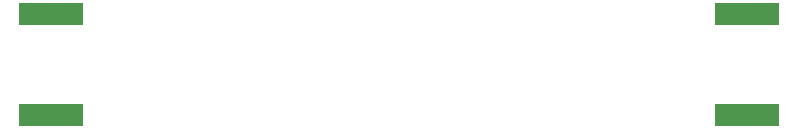
<source format=gbr>
G04 #@! TF.GenerationSoftware,KiCad,Pcbnew,(6.0.0-rc1-dev-305-gf0b8b21)*
G04 #@! TF.CreationDate,2020-01-21T15:09:04-08:00*
G04 #@! TF.ProjectId,3rd Order Inverse Chebyshev,337264204F7264657220496E76657273,rev?*
G04 #@! TF.SameCoordinates,Original*
G04 #@! TF.FileFunction,Soldermask,Bot*
G04 #@! TF.FilePolarity,Negative*
%FSLAX46Y46*%
G04 Gerber Fmt 4.6, Leading zero omitted, Abs format (unit mm)*
G04 Created by KiCad (PCBNEW (6.0.0-rc1-dev-305-gf0b8b21)) date Tuesday, January 21, 2020 at 03:09:04 PM*
%MOMM*%
%LPD*%
G01*
G04 APERTURE LIST*
%ADD10R,5.480000X1.900000*%
G04 APERTURE END LIST*
D10*
G04 #@! TO.C,J1*
X121666000Y-47430000D03*
X121666000Y-38930000D03*
G04 #@! TD*
G04 #@! TO.C,J2*
X180594000Y-47430000D03*
X180594000Y-38930000D03*
G04 #@! TD*
M02*

</source>
